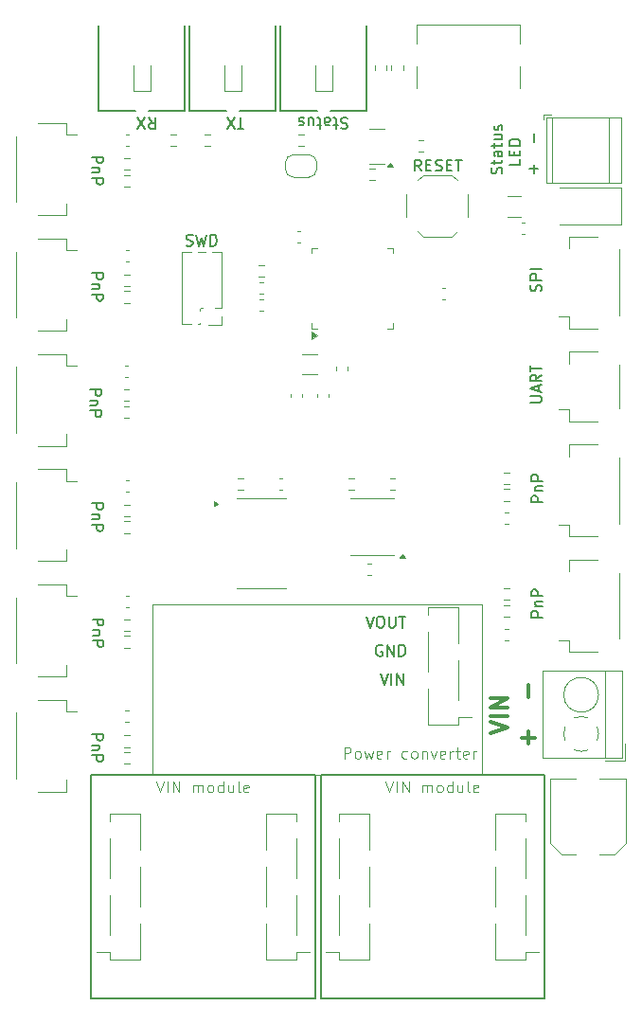
<source format=gto>
%TF.GenerationSoftware,KiCad,Pcbnew,8.0.6-8.0.6-0~ubuntu22.04.1*%
%TF.CreationDate,2024-11-21T09:47:25+02:00*%
%TF.ProjectId,SAMD21_Dev_Board,53414d44-3231-45f4-9465-765f426f6172,rev?*%
%TF.SameCoordinates,Original*%
%TF.FileFunction,Legend,Top*%
%TF.FilePolarity,Positive*%
%FSLAX46Y46*%
G04 Gerber Fmt 4.6, Leading zero omitted, Abs format (unit mm)*
G04 Created by KiCad (PCBNEW 8.0.6-8.0.6-0~ubuntu22.04.1) date 2024-11-21 09:47:25*
%MOMM*%
%LPD*%
G01*
G04 APERTURE LIST*
%ADD10C,0.200000*%
%ADD11C,0.100000*%
%ADD12C,0.300000*%
%ADD13C,0.150000*%
%ADD14C,0.120000*%
%ADD15C,0.177800*%
G04 APERTURE END LIST*
D10*
X89700000Y-116900000D02*
X109700000Y-116900000D01*
X109700000Y-136900000D01*
X89700000Y-136900000D01*
X89700000Y-116900000D01*
D11*
X95150000Y-101682000D02*
X124614000Y-101682000D01*
X124614000Y-116922000D01*
X95150000Y-116922000D01*
X95150000Y-101682000D01*
D10*
X110200000Y-116900000D02*
X130200000Y-116900000D01*
X130200000Y-136900000D01*
X110200000Y-136900000D01*
X110200000Y-116900000D01*
X114272816Y-102753219D02*
X114606149Y-103753219D01*
X114606149Y-103753219D02*
X114939482Y-102753219D01*
X115463292Y-102753219D02*
X115653768Y-102753219D01*
X115653768Y-102753219D02*
X115749006Y-102800838D01*
X115749006Y-102800838D02*
X115844244Y-102896076D01*
X115844244Y-102896076D02*
X115891863Y-103086552D01*
X115891863Y-103086552D02*
X115891863Y-103419885D01*
X115891863Y-103419885D02*
X115844244Y-103610361D01*
X115844244Y-103610361D02*
X115749006Y-103705600D01*
X115749006Y-103705600D02*
X115653768Y-103753219D01*
X115653768Y-103753219D02*
X115463292Y-103753219D01*
X115463292Y-103753219D02*
X115368054Y-103705600D01*
X115368054Y-103705600D02*
X115272816Y-103610361D01*
X115272816Y-103610361D02*
X115225197Y-103419885D01*
X115225197Y-103419885D02*
X115225197Y-103086552D01*
X115225197Y-103086552D02*
X115272816Y-102896076D01*
X115272816Y-102896076D02*
X115368054Y-102800838D01*
X115368054Y-102800838D02*
X115463292Y-102753219D01*
X116320435Y-102753219D02*
X116320435Y-103562742D01*
X116320435Y-103562742D02*
X116368054Y-103657980D01*
X116368054Y-103657980D02*
X116415673Y-103705600D01*
X116415673Y-103705600D02*
X116510911Y-103753219D01*
X116510911Y-103753219D02*
X116701387Y-103753219D01*
X116701387Y-103753219D02*
X116796625Y-103705600D01*
X116796625Y-103705600D02*
X116844244Y-103657980D01*
X116844244Y-103657980D02*
X116891863Y-103562742D01*
X116891863Y-103562742D02*
X116891863Y-102753219D01*
X117225197Y-102753219D02*
X117796625Y-102753219D01*
X117510911Y-103753219D02*
X117510911Y-102753219D01*
X115542816Y-107833219D02*
X115876149Y-108833219D01*
X115876149Y-108833219D02*
X116209482Y-107833219D01*
X116542816Y-108833219D02*
X116542816Y-107833219D01*
X117019006Y-108833219D02*
X117019006Y-107833219D01*
X117019006Y-107833219D02*
X117590434Y-108833219D01*
X117590434Y-108833219D02*
X117590434Y-107833219D01*
X89732780Y-61669673D02*
X90732780Y-61669673D01*
X90732780Y-61669673D02*
X90732780Y-62050625D01*
X90732780Y-62050625D02*
X90685161Y-62145863D01*
X90685161Y-62145863D02*
X90637542Y-62193482D01*
X90637542Y-62193482D02*
X90542304Y-62241101D01*
X90542304Y-62241101D02*
X90399447Y-62241101D01*
X90399447Y-62241101D02*
X90304209Y-62193482D01*
X90304209Y-62193482D02*
X90256590Y-62145863D01*
X90256590Y-62145863D02*
X90208971Y-62050625D01*
X90208971Y-62050625D02*
X90208971Y-61669673D01*
X90399447Y-62669673D02*
X89732780Y-62669673D01*
X90304209Y-62669673D02*
X90351828Y-62717292D01*
X90351828Y-62717292D02*
X90399447Y-62812530D01*
X90399447Y-62812530D02*
X90399447Y-62955387D01*
X90399447Y-62955387D02*
X90351828Y-63050625D01*
X90351828Y-63050625D02*
X90256590Y-63098244D01*
X90256590Y-63098244D02*
X89732780Y-63098244D01*
X89732780Y-63574435D02*
X90732780Y-63574435D01*
X90732780Y-63574435D02*
X90732780Y-63955387D01*
X90732780Y-63955387D02*
X90685161Y-64050625D01*
X90685161Y-64050625D02*
X90637542Y-64098244D01*
X90637542Y-64098244D02*
X90542304Y-64145863D01*
X90542304Y-64145863D02*
X90399447Y-64145863D01*
X90399447Y-64145863D02*
X90304209Y-64098244D01*
X90304209Y-64098244D02*
X90256590Y-64050625D01*
X90256590Y-64050625D02*
X90208971Y-63955387D01*
X90208971Y-63955387D02*
X90208971Y-63574435D01*
X89732780Y-113269673D02*
X90732780Y-113269673D01*
X90732780Y-113269673D02*
X90732780Y-113650625D01*
X90732780Y-113650625D02*
X90685161Y-113745863D01*
X90685161Y-113745863D02*
X90637542Y-113793482D01*
X90637542Y-113793482D02*
X90542304Y-113841101D01*
X90542304Y-113841101D02*
X90399447Y-113841101D01*
X90399447Y-113841101D02*
X90304209Y-113793482D01*
X90304209Y-113793482D02*
X90256590Y-113745863D01*
X90256590Y-113745863D02*
X90208971Y-113650625D01*
X90208971Y-113650625D02*
X90208971Y-113269673D01*
X90399447Y-114269673D02*
X89732780Y-114269673D01*
X90304209Y-114269673D02*
X90351828Y-114317292D01*
X90351828Y-114317292D02*
X90399447Y-114412530D01*
X90399447Y-114412530D02*
X90399447Y-114555387D01*
X90399447Y-114555387D02*
X90351828Y-114650625D01*
X90351828Y-114650625D02*
X90256590Y-114698244D01*
X90256590Y-114698244D02*
X89732780Y-114698244D01*
X89732780Y-115174435D02*
X90732780Y-115174435D01*
X90732780Y-115174435D02*
X90732780Y-115555387D01*
X90732780Y-115555387D02*
X90685161Y-115650625D01*
X90685161Y-115650625D02*
X90637542Y-115698244D01*
X90637542Y-115698244D02*
X90542304Y-115745863D01*
X90542304Y-115745863D02*
X90399447Y-115745863D01*
X90399447Y-115745863D02*
X90304209Y-115698244D01*
X90304209Y-115698244D02*
X90256590Y-115650625D01*
X90256590Y-115650625D02*
X90208971Y-115555387D01*
X90208971Y-115555387D02*
X90208971Y-115174435D01*
X115701482Y-105340838D02*
X115606244Y-105293219D01*
X115606244Y-105293219D02*
X115463387Y-105293219D01*
X115463387Y-105293219D02*
X115320530Y-105340838D01*
X115320530Y-105340838D02*
X115225292Y-105436076D01*
X115225292Y-105436076D02*
X115177673Y-105531314D01*
X115177673Y-105531314D02*
X115130054Y-105721790D01*
X115130054Y-105721790D02*
X115130054Y-105864647D01*
X115130054Y-105864647D02*
X115177673Y-106055123D01*
X115177673Y-106055123D02*
X115225292Y-106150361D01*
X115225292Y-106150361D02*
X115320530Y-106245600D01*
X115320530Y-106245600D02*
X115463387Y-106293219D01*
X115463387Y-106293219D02*
X115558625Y-106293219D01*
X115558625Y-106293219D02*
X115701482Y-106245600D01*
X115701482Y-106245600D02*
X115749101Y-106197980D01*
X115749101Y-106197980D02*
X115749101Y-105864647D01*
X115749101Y-105864647D02*
X115558625Y-105864647D01*
X116177673Y-106293219D02*
X116177673Y-105293219D01*
X116177673Y-105293219D02*
X116749101Y-106293219D01*
X116749101Y-106293219D02*
X116749101Y-105293219D01*
X117225292Y-106293219D02*
X117225292Y-105293219D01*
X117225292Y-105293219D02*
X117463387Y-105293219D01*
X117463387Y-105293219D02*
X117606244Y-105340838D01*
X117606244Y-105340838D02*
X117701482Y-105436076D01*
X117701482Y-105436076D02*
X117749101Y-105531314D01*
X117749101Y-105531314D02*
X117796720Y-105721790D01*
X117796720Y-105721790D02*
X117796720Y-105864647D01*
X117796720Y-105864647D02*
X117749101Y-106055123D01*
X117749101Y-106055123D02*
X117701482Y-106150361D01*
X117701482Y-106150361D02*
X117606244Y-106245600D01*
X117606244Y-106245600D02*
X117463387Y-106293219D01*
X117463387Y-106293219D02*
X117225292Y-106293219D01*
X89732174Y-72069673D02*
X90732174Y-72069673D01*
X90732174Y-72069673D02*
X90732174Y-72450625D01*
X90732174Y-72450625D02*
X90684555Y-72545863D01*
X90684555Y-72545863D02*
X90636936Y-72593482D01*
X90636936Y-72593482D02*
X90541698Y-72641101D01*
X90541698Y-72641101D02*
X90398841Y-72641101D01*
X90398841Y-72641101D02*
X90303603Y-72593482D01*
X90303603Y-72593482D02*
X90255984Y-72545863D01*
X90255984Y-72545863D02*
X90208365Y-72450625D01*
X90208365Y-72450625D02*
X90208365Y-72069673D01*
X90398841Y-73069673D02*
X89732174Y-73069673D01*
X90303603Y-73069673D02*
X90351222Y-73117292D01*
X90351222Y-73117292D02*
X90398841Y-73212530D01*
X90398841Y-73212530D02*
X90398841Y-73355387D01*
X90398841Y-73355387D02*
X90351222Y-73450625D01*
X90351222Y-73450625D02*
X90255984Y-73498244D01*
X90255984Y-73498244D02*
X89732174Y-73498244D01*
X89732174Y-73974435D02*
X90732174Y-73974435D01*
X90732174Y-73974435D02*
X90732174Y-74355387D01*
X90732174Y-74355387D02*
X90684555Y-74450625D01*
X90684555Y-74450625D02*
X90636936Y-74498244D01*
X90636936Y-74498244D02*
X90541698Y-74545863D01*
X90541698Y-74545863D02*
X90398841Y-74545863D01*
X90398841Y-74545863D02*
X90303603Y-74498244D01*
X90303603Y-74498244D02*
X90255984Y-74450625D01*
X90255984Y-74450625D02*
X90208365Y-74355387D01*
X90208365Y-74355387D02*
X90208365Y-73974435D01*
D11*
X95525313Y-117472419D02*
X95858646Y-118472419D01*
X95858646Y-118472419D02*
X96191979Y-117472419D01*
X96525313Y-118472419D02*
X96525313Y-117472419D01*
X97001503Y-118472419D02*
X97001503Y-117472419D01*
X97001503Y-117472419D02*
X97572931Y-118472419D01*
X97572931Y-118472419D02*
X97572931Y-117472419D01*
X98811027Y-118472419D02*
X98811027Y-117805752D01*
X98811027Y-117900990D02*
X98858646Y-117853371D01*
X98858646Y-117853371D02*
X98953884Y-117805752D01*
X98953884Y-117805752D02*
X99096741Y-117805752D01*
X99096741Y-117805752D02*
X99191979Y-117853371D01*
X99191979Y-117853371D02*
X99239598Y-117948609D01*
X99239598Y-117948609D02*
X99239598Y-118472419D01*
X99239598Y-117948609D02*
X99287217Y-117853371D01*
X99287217Y-117853371D02*
X99382455Y-117805752D01*
X99382455Y-117805752D02*
X99525312Y-117805752D01*
X99525312Y-117805752D02*
X99620551Y-117853371D01*
X99620551Y-117853371D02*
X99668170Y-117948609D01*
X99668170Y-117948609D02*
X99668170Y-118472419D01*
X100287217Y-118472419D02*
X100191979Y-118424800D01*
X100191979Y-118424800D02*
X100144360Y-118377180D01*
X100144360Y-118377180D02*
X100096741Y-118281942D01*
X100096741Y-118281942D02*
X100096741Y-117996228D01*
X100096741Y-117996228D02*
X100144360Y-117900990D01*
X100144360Y-117900990D02*
X100191979Y-117853371D01*
X100191979Y-117853371D02*
X100287217Y-117805752D01*
X100287217Y-117805752D02*
X100430074Y-117805752D01*
X100430074Y-117805752D02*
X100525312Y-117853371D01*
X100525312Y-117853371D02*
X100572931Y-117900990D01*
X100572931Y-117900990D02*
X100620550Y-117996228D01*
X100620550Y-117996228D02*
X100620550Y-118281942D01*
X100620550Y-118281942D02*
X100572931Y-118377180D01*
X100572931Y-118377180D02*
X100525312Y-118424800D01*
X100525312Y-118424800D02*
X100430074Y-118472419D01*
X100430074Y-118472419D02*
X100287217Y-118472419D01*
X101477693Y-118472419D02*
X101477693Y-117472419D01*
X101477693Y-118424800D02*
X101382455Y-118472419D01*
X101382455Y-118472419D02*
X101191979Y-118472419D01*
X101191979Y-118472419D02*
X101096741Y-118424800D01*
X101096741Y-118424800D02*
X101049122Y-118377180D01*
X101049122Y-118377180D02*
X101001503Y-118281942D01*
X101001503Y-118281942D02*
X101001503Y-117996228D01*
X101001503Y-117996228D02*
X101049122Y-117900990D01*
X101049122Y-117900990D02*
X101096741Y-117853371D01*
X101096741Y-117853371D02*
X101191979Y-117805752D01*
X101191979Y-117805752D02*
X101382455Y-117805752D01*
X101382455Y-117805752D02*
X101477693Y-117853371D01*
X102382455Y-117805752D02*
X102382455Y-118472419D01*
X101953884Y-117805752D02*
X101953884Y-118329561D01*
X101953884Y-118329561D02*
X102001503Y-118424800D01*
X102001503Y-118424800D02*
X102096741Y-118472419D01*
X102096741Y-118472419D02*
X102239598Y-118472419D01*
X102239598Y-118472419D02*
X102334836Y-118424800D01*
X102334836Y-118424800D02*
X102382455Y-118377180D01*
X103001503Y-118472419D02*
X102906265Y-118424800D01*
X102906265Y-118424800D02*
X102858646Y-118329561D01*
X102858646Y-118329561D02*
X102858646Y-117472419D01*
X103763408Y-118424800D02*
X103668170Y-118472419D01*
X103668170Y-118472419D02*
X103477694Y-118472419D01*
X103477694Y-118472419D02*
X103382456Y-118424800D01*
X103382456Y-118424800D02*
X103334837Y-118329561D01*
X103334837Y-118329561D02*
X103334837Y-117948609D01*
X103334837Y-117948609D02*
X103382456Y-117853371D01*
X103382456Y-117853371D02*
X103477694Y-117805752D01*
X103477694Y-117805752D02*
X103668170Y-117805752D01*
X103668170Y-117805752D02*
X103763408Y-117853371D01*
X103763408Y-117853371D02*
X103811027Y-117948609D01*
X103811027Y-117948609D02*
X103811027Y-118043847D01*
X103811027Y-118043847D02*
X103334837Y-118139085D01*
D10*
X129919600Y-73677945D02*
X129967219Y-73535088D01*
X129967219Y-73535088D02*
X129967219Y-73296993D01*
X129967219Y-73296993D02*
X129919600Y-73201755D01*
X129919600Y-73201755D02*
X129871980Y-73154136D01*
X129871980Y-73154136D02*
X129776742Y-73106517D01*
X129776742Y-73106517D02*
X129681504Y-73106517D01*
X129681504Y-73106517D02*
X129586266Y-73154136D01*
X129586266Y-73154136D02*
X129538647Y-73201755D01*
X129538647Y-73201755D02*
X129491028Y-73296993D01*
X129491028Y-73296993D02*
X129443409Y-73487469D01*
X129443409Y-73487469D02*
X129395790Y-73582707D01*
X129395790Y-73582707D02*
X129348171Y-73630326D01*
X129348171Y-73630326D02*
X129252933Y-73677945D01*
X129252933Y-73677945D02*
X129157695Y-73677945D01*
X129157695Y-73677945D02*
X129062457Y-73630326D01*
X129062457Y-73630326D02*
X129014838Y-73582707D01*
X129014838Y-73582707D02*
X128967219Y-73487469D01*
X128967219Y-73487469D02*
X128967219Y-73249374D01*
X128967219Y-73249374D02*
X129014838Y-73106517D01*
X129967219Y-72677945D02*
X128967219Y-72677945D01*
X128967219Y-72677945D02*
X128967219Y-72296993D01*
X128967219Y-72296993D02*
X129014838Y-72201755D01*
X129014838Y-72201755D02*
X129062457Y-72154136D01*
X129062457Y-72154136D02*
X129157695Y-72106517D01*
X129157695Y-72106517D02*
X129300552Y-72106517D01*
X129300552Y-72106517D02*
X129395790Y-72154136D01*
X129395790Y-72154136D02*
X129443409Y-72201755D01*
X129443409Y-72201755D02*
X129491028Y-72296993D01*
X129491028Y-72296993D02*
X129491028Y-72677945D01*
X129967219Y-71677945D02*
X128967219Y-71677945D01*
D12*
X125425912Y-113148856D02*
X126925912Y-112648856D01*
X126925912Y-112648856D02*
X125425912Y-112148856D01*
X126925912Y-111648857D02*
X125425912Y-111648857D01*
X126925912Y-110934571D02*
X125425912Y-110934571D01*
X125425912Y-110934571D02*
X126925912Y-110077428D01*
X126925912Y-110077428D02*
X125425912Y-110077428D01*
X128769400Y-114148857D02*
X128769400Y-113006000D01*
X129340828Y-113577428D02*
X128197971Y-113577428D01*
X128769400Y-110006000D02*
X128769400Y-108863143D01*
D10*
X126393712Y-63177945D02*
X126441331Y-63035088D01*
X126441331Y-63035088D02*
X126441331Y-62796993D01*
X126441331Y-62796993D02*
X126393712Y-62701755D01*
X126393712Y-62701755D02*
X126346092Y-62654136D01*
X126346092Y-62654136D02*
X126250854Y-62606517D01*
X126250854Y-62606517D02*
X126155616Y-62606517D01*
X126155616Y-62606517D02*
X126060378Y-62654136D01*
X126060378Y-62654136D02*
X126012759Y-62701755D01*
X126012759Y-62701755D02*
X125965140Y-62796993D01*
X125965140Y-62796993D02*
X125917521Y-62987469D01*
X125917521Y-62987469D02*
X125869902Y-63082707D01*
X125869902Y-63082707D02*
X125822283Y-63130326D01*
X125822283Y-63130326D02*
X125727045Y-63177945D01*
X125727045Y-63177945D02*
X125631807Y-63177945D01*
X125631807Y-63177945D02*
X125536569Y-63130326D01*
X125536569Y-63130326D02*
X125488950Y-63082707D01*
X125488950Y-63082707D02*
X125441331Y-62987469D01*
X125441331Y-62987469D02*
X125441331Y-62749374D01*
X125441331Y-62749374D02*
X125488950Y-62606517D01*
X125774664Y-62320802D02*
X125774664Y-61939850D01*
X125441331Y-62177945D02*
X126298473Y-62177945D01*
X126298473Y-62177945D02*
X126393712Y-62130326D01*
X126393712Y-62130326D02*
X126441331Y-62035088D01*
X126441331Y-62035088D02*
X126441331Y-61939850D01*
X126441331Y-61177945D02*
X125917521Y-61177945D01*
X125917521Y-61177945D02*
X125822283Y-61225564D01*
X125822283Y-61225564D02*
X125774664Y-61320802D01*
X125774664Y-61320802D02*
X125774664Y-61511278D01*
X125774664Y-61511278D02*
X125822283Y-61606516D01*
X126393712Y-61177945D02*
X126441331Y-61273183D01*
X126441331Y-61273183D02*
X126441331Y-61511278D01*
X126441331Y-61511278D02*
X126393712Y-61606516D01*
X126393712Y-61606516D02*
X126298473Y-61654135D01*
X126298473Y-61654135D02*
X126203235Y-61654135D01*
X126203235Y-61654135D02*
X126107997Y-61606516D01*
X126107997Y-61606516D02*
X126060378Y-61511278D01*
X126060378Y-61511278D02*
X126060378Y-61273183D01*
X126060378Y-61273183D02*
X126012759Y-61177945D01*
X125774664Y-60844611D02*
X125774664Y-60463659D01*
X125441331Y-60701754D02*
X126298473Y-60701754D01*
X126298473Y-60701754D02*
X126393712Y-60654135D01*
X126393712Y-60654135D02*
X126441331Y-60558897D01*
X126441331Y-60558897D02*
X126441331Y-60463659D01*
X125774664Y-59701754D02*
X126441331Y-59701754D01*
X125774664Y-60130325D02*
X126298473Y-60130325D01*
X126298473Y-60130325D02*
X126393712Y-60082706D01*
X126393712Y-60082706D02*
X126441331Y-59987468D01*
X126441331Y-59987468D02*
X126441331Y-59844611D01*
X126441331Y-59844611D02*
X126393712Y-59749373D01*
X126393712Y-59749373D02*
X126346092Y-59701754D01*
X126393712Y-59273182D02*
X126441331Y-59177944D01*
X126441331Y-59177944D02*
X126441331Y-58987468D01*
X126441331Y-58987468D02*
X126393712Y-58892230D01*
X126393712Y-58892230D02*
X126298473Y-58844611D01*
X126298473Y-58844611D02*
X126250854Y-58844611D01*
X126250854Y-58844611D02*
X126155616Y-58892230D01*
X126155616Y-58892230D02*
X126107997Y-58987468D01*
X126107997Y-58987468D02*
X126107997Y-59130325D01*
X126107997Y-59130325D02*
X126060378Y-59225563D01*
X126060378Y-59225563D02*
X125965140Y-59273182D01*
X125965140Y-59273182D02*
X125917521Y-59273182D01*
X125917521Y-59273182D02*
X125822283Y-59225563D01*
X125822283Y-59225563D02*
X125774664Y-59130325D01*
X125774664Y-59130325D02*
X125774664Y-58987468D01*
X125774664Y-58987468D02*
X125822283Y-58892230D01*
X128051275Y-61892231D02*
X128051275Y-62368421D01*
X128051275Y-62368421D02*
X127051275Y-62368421D01*
X127527465Y-61558897D02*
X127527465Y-61225564D01*
X128051275Y-61082707D02*
X128051275Y-61558897D01*
X128051275Y-61558897D02*
X127051275Y-61558897D01*
X127051275Y-61558897D02*
X127051275Y-61082707D01*
X128051275Y-60654135D02*
X127051275Y-60654135D01*
X127051275Y-60654135D02*
X127051275Y-60416040D01*
X127051275Y-60416040D02*
X127098894Y-60273183D01*
X127098894Y-60273183D02*
X127194132Y-60177945D01*
X127194132Y-60177945D02*
X127289370Y-60130326D01*
X127289370Y-60130326D02*
X127479846Y-60082707D01*
X127479846Y-60082707D02*
X127622703Y-60082707D01*
X127622703Y-60082707D02*
X127813179Y-60130326D01*
X127813179Y-60130326D02*
X127908417Y-60177945D01*
X127908417Y-60177945D02*
X128003656Y-60273183D01*
X128003656Y-60273183D02*
X128051275Y-60416040D01*
X128051275Y-60416040D02*
X128051275Y-60654135D01*
X129280266Y-63130326D02*
X129280266Y-62368422D01*
X129661219Y-62749374D02*
X128899314Y-62749374D01*
X129280266Y-60368421D02*
X129280266Y-59606517D01*
X112598089Y-58219400D02*
X112455232Y-58171780D01*
X112455232Y-58171780D02*
X112217137Y-58171780D01*
X112217137Y-58171780D02*
X112121899Y-58219400D01*
X112121899Y-58219400D02*
X112074280Y-58267019D01*
X112074280Y-58267019D02*
X112026661Y-58362257D01*
X112026661Y-58362257D02*
X112026661Y-58457495D01*
X112026661Y-58457495D02*
X112074280Y-58552733D01*
X112074280Y-58552733D02*
X112121899Y-58600352D01*
X112121899Y-58600352D02*
X112217137Y-58647971D01*
X112217137Y-58647971D02*
X112407613Y-58695590D01*
X112407613Y-58695590D02*
X112502851Y-58743209D01*
X112502851Y-58743209D02*
X112550470Y-58790828D01*
X112550470Y-58790828D02*
X112598089Y-58886066D01*
X112598089Y-58886066D02*
X112598089Y-58981304D01*
X112598089Y-58981304D02*
X112550470Y-59076542D01*
X112550470Y-59076542D02*
X112502851Y-59124161D01*
X112502851Y-59124161D02*
X112407613Y-59171780D01*
X112407613Y-59171780D02*
X112169518Y-59171780D01*
X112169518Y-59171780D02*
X112026661Y-59124161D01*
X111740946Y-58838447D02*
X111359994Y-58838447D01*
X111598089Y-59171780D02*
X111598089Y-58314638D01*
X111598089Y-58314638D02*
X111550470Y-58219400D01*
X111550470Y-58219400D02*
X111455232Y-58171780D01*
X111455232Y-58171780D02*
X111359994Y-58171780D01*
X110598089Y-58171780D02*
X110598089Y-58695590D01*
X110598089Y-58695590D02*
X110645708Y-58790828D01*
X110645708Y-58790828D02*
X110740946Y-58838447D01*
X110740946Y-58838447D02*
X110931422Y-58838447D01*
X110931422Y-58838447D02*
X111026660Y-58790828D01*
X110598089Y-58219400D02*
X110693327Y-58171780D01*
X110693327Y-58171780D02*
X110931422Y-58171780D01*
X110931422Y-58171780D02*
X111026660Y-58219400D01*
X111026660Y-58219400D02*
X111074279Y-58314638D01*
X111074279Y-58314638D02*
X111074279Y-58409876D01*
X111074279Y-58409876D02*
X111026660Y-58505114D01*
X111026660Y-58505114D02*
X110931422Y-58552733D01*
X110931422Y-58552733D02*
X110693327Y-58552733D01*
X110693327Y-58552733D02*
X110598089Y-58600352D01*
X110264755Y-58838447D02*
X109883803Y-58838447D01*
X110121898Y-59171780D02*
X110121898Y-58314638D01*
X110121898Y-58314638D02*
X110074279Y-58219400D01*
X110074279Y-58219400D02*
X109979041Y-58171780D01*
X109979041Y-58171780D02*
X109883803Y-58171780D01*
X109121898Y-58838447D02*
X109121898Y-58171780D01*
X109550469Y-58838447D02*
X109550469Y-58314638D01*
X109550469Y-58314638D02*
X109502850Y-58219400D01*
X109502850Y-58219400D02*
X109407612Y-58171780D01*
X109407612Y-58171780D02*
X109264755Y-58171780D01*
X109264755Y-58171780D02*
X109169517Y-58219400D01*
X109169517Y-58219400D02*
X109121898Y-58267019D01*
X108693326Y-58219400D02*
X108598088Y-58171780D01*
X108598088Y-58171780D02*
X108407612Y-58171780D01*
X108407612Y-58171780D02*
X108312374Y-58219400D01*
X108312374Y-58219400D02*
X108264755Y-58314638D01*
X108264755Y-58314638D02*
X108264755Y-58362257D01*
X108264755Y-58362257D02*
X108312374Y-58457495D01*
X108312374Y-58457495D02*
X108407612Y-58505114D01*
X108407612Y-58505114D02*
X108550469Y-58505114D01*
X108550469Y-58505114D02*
X108645707Y-58552733D01*
X108645707Y-58552733D02*
X108693326Y-58647971D01*
X108693326Y-58647971D02*
X108693326Y-58695590D01*
X108693326Y-58695590D02*
X108645707Y-58790828D01*
X108645707Y-58790828D02*
X108550469Y-58838447D01*
X108550469Y-58838447D02*
X108407612Y-58838447D01*
X108407612Y-58838447D02*
X108312374Y-58790828D01*
X130067219Y-92530326D02*
X129067219Y-92530326D01*
X129067219Y-92530326D02*
X129067219Y-92149374D01*
X129067219Y-92149374D02*
X129114838Y-92054136D01*
X129114838Y-92054136D02*
X129162457Y-92006517D01*
X129162457Y-92006517D02*
X129257695Y-91958898D01*
X129257695Y-91958898D02*
X129400552Y-91958898D01*
X129400552Y-91958898D02*
X129495790Y-92006517D01*
X129495790Y-92006517D02*
X129543409Y-92054136D01*
X129543409Y-92054136D02*
X129591028Y-92149374D01*
X129591028Y-92149374D02*
X129591028Y-92530326D01*
X129400552Y-91530326D02*
X130067219Y-91530326D01*
X129495790Y-91530326D02*
X129448171Y-91482707D01*
X129448171Y-91482707D02*
X129400552Y-91387469D01*
X129400552Y-91387469D02*
X129400552Y-91244612D01*
X129400552Y-91244612D02*
X129448171Y-91149374D01*
X129448171Y-91149374D02*
X129543409Y-91101755D01*
X129543409Y-91101755D02*
X130067219Y-91101755D01*
X130067219Y-90625564D02*
X129067219Y-90625564D01*
X129067219Y-90625564D02*
X129067219Y-90244612D01*
X129067219Y-90244612D02*
X129114838Y-90149374D01*
X129114838Y-90149374D02*
X129162457Y-90101755D01*
X129162457Y-90101755D02*
X129257695Y-90054136D01*
X129257695Y-90054136D02*
X129400552Y-90054136D01*
X129400552Y-90054136D02*
X129495790Y-90101755D01*
X129495790Y-90101755D02*
X129543409Y-90149374D01*
X129543409Y-90149374D02*
X129591028Y-90244612D01*
X129591028Y-90244612D02*
X129591028Y-90625564D01*
X89795280Y-102997673D02*
X90795280Y-102997673D01*
X90795280Y-102997673D02*
X90795280Y-103378625D01*
X90795280Y-103378625D02*
X90747661Y-103473863D01*
X90747661Y-103473863D02*
X90700042Y-103521482D01*
X90700042Y-103521482D02*
X90604804Y-103569101D01*
X90604804Y-103569101D02*
X90461947Y-103569101D01*
X90461947Y-103569101D02*
X90366709Y-103521482D01*
X90366709Y-103521482D02*
X90319090Y-103473863D01*
X90319090Y-103473863D02*
X90271471Y-103378625D01*
X90271471Y-103378625D02*
X90271471Y-102997673D01*
X90461947Y-103997673D02*
X89795280Y-103997673D01*
X90366709Y-103997673D02*
X90414328Y-104045292D01*
X90414328Y-104045292D02*
X90461947Y-104140530D01*
X90461947Y-104140530D02*
X90461947Y-104283387D01*
X90461947Y-104283387D02*
X90414328Y-104378625D01*
X90414328Y-104378625D02*
X90319090Y-104426244D01*
X90319090Y-104426244D02*
X89795280Y-104426244D01*
X89795280Y-104902435D02*
X90795280Y-104902435D01*
X90795280Y-104902435D02*
X90795280Y-105283387D01*
X90795280Y-105283387D02*
X90747661Y-105378625D01*
X90747661Y-105378625D02*
X90700042Y-105426244D01*
X90700042Y-105426244D02*
X90604804Y-105473863D01*
X90604804Y-105473863D02*
X90461947Y-105473863D01*
X90461947Y-105473863D02*
X90366709Y-105426244D01*
X90366709Y-105426244D02*
X90319090Y-105378625D01*
X90319090Y-105378625D02*
X90271471Y-105283387D01*
X90271471Y-105283387D02*
X90271471Y-104902435D01*
X128967219Y-83630326D02*
X129776742Y-83630326D01*
X129776742Y-83630326D02*
X129871980Y-83582707D01*
X129871980Y-83582707D02*
X129919600Y-83535088D01*
X129919600Y-83535088D02*
X129967219Y-83439850D01*
X129967219Y-83439850D02*
X129967219Y-83249374D01*
X129967219Y-83249374D02*
X129919600Y-83154136D01*
X129919600Y-83154136D02*
X129871980Y-83106517D01*
X129871980Y-83106517D02*
X129776742Y-83058898D01*
X129776742Y-83058898D02*
X128967219Y-83058898D01*
X129681504Y-82630326D02*
X129681504Y-82154136D01*
X129967219Y-82725564D02*
X128967219Y-82392231D01*
X128967219Y-82392231D02*
X129967219Y-82058898D01*
X129967219Y-81154136D02*
X129491028Y-81487469D01*
X129967219Y-81725564D02*
X128967219Y-81725564D01*
X128967219Y-81725564D02*
X128967219Y-81344612D01*
X128967219Y-81344612D02*
X129014838Y-81249374D01*
X129014838Y-81249374D02*
X129062457Y-81201755D01*
X129062457Y-81201755D02*
X129157695Y-81154136D01*
X129157695Y-81154136D02*
X129300552Y-81154136D01*
X129300552Y-81154136D02*
X129395790Y-81201755D01*
X129395790Y-81201755D02*
X129443409Y-81249374D01*
X129443409Y-81249374D02*
X129491028Y-81344612D01*
X129491028Y-81344612D02*
X129491028Y-81725564D01*
X128967219Y-80868421D02*
X128967219Y-80296993D01*
X129967219Y-80582707D02*
X128967219Y-80582707D01*
D11*
X112317884Y-115442419D02*
X112317884Y-114442419D01*
X112317884Y-114442419D02*
X112698836Y-114442419D01*
X112698836Y-114442419D02*
X112794074Y-114490038D01*
X112794074Y-114490038D02*
X112841693Y-114537657D01*
X112841693Y-114537657D02*
X112889312Y-114632895D01*
X112889312Y-114632895D02*
X112889312Y-114775752D01*
X112889312Y-114775752D02*
X112841693Y-114870990D01*
X112841693Y-114870990D02*
X112794074Y-114918609D01*
X112794074Y-114918609D02*
X112698836Y-114966228D01*
X112698836Y-114966228D02*
X112317884Y-114966228D01*
X113460741Y-115442419D02*
X113365503Y-115394800D01*
X113365503Y-115394800D02*
X113317884Y-115347180D01*
X113317884Y-115347180D02*
X113270265Y-115251942D01*
X113270265Y-115251942D02*
X113270265Y-114966228D01*
X113270265Y-114966228D02*
X113317884Y-114870990D01*
X113317884Y-114870990D02*
X113365503Y-114823371D01*
X113365503Y-114823371D02*
X113460741Y-114775752D01*
X113460741Y-114775752D02*
X113603598Y-114775752D01*
X113603598Y-114775752D02*
X113698836Y-114823371D01*
X113698836Y-114823371D02*
X113746455Y-114870990D01*
X113746455Y-114870990D02*
X113794074Y-114966228D01*
X113794074Y-114966228D02*
X113794074Y-115251942D01*
X113794074Y-115251942D02*
X113746455Y-115347180D01*
X113746455Y-115347180D02*
X113698836Y-115394800D01*
X113698836Y-115394800D02*
X113603598Y-115442419D01*
X113603598Y-115442419D02*
X113460741Y-115442419D01*
X114127408Y-114775752D02*
X114317884Y-115442419D01*
X114317884Y-115442419D02*
X114508360Y-114966228D01*
X114508360Y-114966228D02*
X114698836Y-115442419D01*
X114698836Y-115442419D02*
X114889312Y-114775752D01*
X115651217Y-115394800D02*
X115555979Y-115442419D01*
X115555979Y-115442419D02*
X115365503Y-115442419D01*
X115365503Y-115442419D02*
X115270265Y-115394800D01*
X115270265Y-115394800D02*
X115222646Y-115299561D01*
X115222646Y-115299561D02*
X115222646Y-114918609D01*
X115222646Y-114918609D02*
X115270265Y-114823371D01*
X115270265Y-114823371D02*
X115365503Y-114775752D01*
X115365503Y-114775752D02*
X115555979Y-114775752D01*
X115555979Y-114775752D02*
X115651217Y-114823371D01*
X115651217Y-114823371D02*
X115698836Y-114918609D01*
X115698836Y-114918609D02*
X115698836Y-115013847D01*
X115698836Y-115013847D02*
X115222646Y-115109085D01*
X116127408Y-115442419D02*
X116127408Y-114775752D01*
X116127408Y-114966228D02*
X116175027Y-114870990D01*
X116175027Y-114870990D02*
X116222646Y-114823371D01*
X116222646Y-114823371D02*
X116317884Y-114775752D01*
X116317884Y-114775752D02*
X116413122Y-114775752D01*
X117936932Y-115394800D02*
X117841694Y-115442419D01*
X117841694Y-115442419D02*
X117651218Y-115442419D01*
X117651218Y-115442419D02*
X117555980Y-115394800D01*
X117555980Y-115394800D02*
X117508361Y-115347180D01*
X117508361Y-115347180D02*
X117460742Y-115251942D01*
X117460742Y-115251942D02*
X117460742Y-114966228D01*
X117460742Y-114966228D02*
X117508361Y-114870990D01*
X117508361Y-114870990D02*
X117555980Y-114823371D01*
X117555980Y-114823371D02*
X117651218Y-114775752D01*
X117651218Y-114775752D02*
X117841694Y-114775752D01*
X117841694Y-114775752D02*
X117936932Y-114823371D01*
X118508361Y-115442419D02*
X118413123Y-115394800D01*
X118413123Y-115394800D02*
X118365504Y-115347180D01*
X118365504Y-115347180D02*
X118317885Y-115251942D01*
X118317885Y-115251942D02*
X118317885Y-114966228D01*
X118317885Y-114966228D02*
X118365504Y-114870990D01*
X118365504Y-114870990D02*
X118413123Y-114823371D01*
X118413123Y-114823371D02*
X118508361Y-114775752D01*
X118508361Y-114775752D02*
X118651218Y-114775752D01*
X118651218Y-114775752D02*
X118746456Y-114823371D01*
X118746456Y-114823371D02*
X118794075Y-114870990D01*
X118794075Y-114870990D02*
X118841694Y-114966228D01*
X118841694Y-114966228D02*
X118841694Y-115251942D01*
X118841694Y-115251942D02*
X118794075Y-115347180D01*
X118794075Y-115347180D02*
X118746456Y-115394800D01*
X118746456Y-115394800D02*
X118651218Y-115442419D01*
X118651218Y-115442419D02*
X118508361Y-115442419D01*
X119270266Y-114775752D02*
X119270266Y-115442419D01*
X119270266Y-114870990D02*
X119317885Y-114823371D01*
X119317885Y-114823371D02*
X119413123Y-114775752D01*
X119413123Y-114775752D02*
X119555980Y-114775752D01*
X119555980Y-114775752D02*
X119651218Y-114823371D01*
X119651218Y-114823371D02*
X119698837Y-114918609D01*
X119698837Y-114918609D02*
X119698837Y-115442419D01*
X120079790Y-114775752D02*
X120317885Y-115442419D01*
X120317885Y-115442419D02*
X120555980Y-114775752D01*
X121317885Y-115394800D02*
X121222647Y-115442419D01*
X121222647Y-115442419D02*
X121032171Y-115442419D01*
X121032171Y-115442419D02*
X120936933Y-115394800D01*
X120936933Y-115394800D02*
X120889314Y-115299561D01*
X120889314Y-115299561D02*
X120889314Y-114918609D01*
X120889314Y-114918609D02*
X120936933Y-114823371D01*
X120936933Y-114823371D02*
X121032171Y-114775752D01*
X121032171Y-114775752D02*
X121222647Y-114775752D01*
X121222647Y-114775752D02*
X121317885Y-114823371D01*
X121317885Y-114823371D02*
X121365504Y-114918609D01*
X121365504Y-114918609D02*
X121365504Y-115013847D01*
X121365504Y-115013847D02*
X120889314Y-115109085D01*
X121794076Y-115442419D02*
X121794076Y-114775752D01*
X121794076Y-114966228D02*
X121841695Y-114870990D01*
X121841695Y-114870990D02*
X121889314Y-114823371D01*
X121889314Y-114823371D02*
X121984552Y-114775752D01*
X121984552Y-114775752D02*
X122079790Y-114775752D01*
X122270267Y-114775752D02*
X122651219Y-114775752D01*
X122413124Y-114442419D02*
X122413124Y-115299561D01*
X122413124Y-115299561D02*
X122460743Y-115394800D01*
X122460743Y-115394800D02*
X122555981Y-115442419D01*
X122555981Y-115442419D02*
X122651219Y-115442419D01*
X123365505Y-115394800D02*
X123270267Y-115442419D01*
X123270267Y-115442419D02*
X123079791Y-115442419D01*
X123079791Y-115442419D02*
X122984553Y-115394800D01*
X122984553Y-115394800D02*
X122936934Y-115299561D01*
X122936934Y-115299561D02*
X122936934Y-114918609D01*
X122936934Y-114918609D02*
X122984553Y-114823371D01*
X122984553Y-114823371D02*
X123079791Y-114775752D01*
X123079791Y-114775752D02*
X123270267Y-114775752D01*
X123270267Y-114775752D02*
X123365505Y-114823371D01*
X123365505Y-114823371D02*
X123413124Y-114918609D01*
X123413124Y-114918609D02*
X123413124Y-115013847D01*
X123413124Y-115013847D02*
X122936934Y-115109085D01*
X123841696Y-115442419D02*
X123841696Y-114775752D01*
X123841696Y-114966228D02*
X123889315Y-114870990D01*
X123889315Y-114870990D02*
X123936934Y-114823371D01*
X123936934Y-114823371D02*
X124032172Y-114775752D01*
X124032172Y-114775752D02*
X124127410Y-114775752D01*
D10*
X94850089Y-58171780D02*
X95183422Y-58647971D01*
X95421517Y-58171780D02*
X95421517Y-59171780D01*
X95421517Y-59171780D02*
X95040565Y-59171780D01*
X95040565Y-59171780D02*
X94945327Y-59124161D01*
X94945327Y-59124161D02*
X94897708Y-59076542D01*
X94897708Y-59076542D02*
X94850089Y-58981304D01*
X94850089Y-58981304D02*
X94850089Y-58838447D01*
X94850089Y-58838447D02*
X94897708Y-58743209D01*
X94897708Y-58743209D02*
X94945327Y-58695590D01*
X94945327Y-58695590D02*
X95040565Y-58647971D01*
X95040565Y-58647971D02*
X95421517Y-58647971D01*
X94516755Y-59171780D02*
X93850089Y-58171780D01*
X93850089Y-59171780D02*
X94516755Y-58171780D01*
X89732780Y-92653673D02*
X90732780Y-92653673D01*
X90732780Y-92653673D02*
X90732780Y-93034625D01*
X90732780Y-93034625D02*
X90685161Y-93129863D01*
X90685161Y-93129863D02*
X90637542Y-93177482D01*
X90637542Y-93177482D02*
X90542304Y-93225101D01*
X90542304Y-93225101D02*
X90399447Y-93225101D01*
X90399447Y-93225101D02*
X90304209Y-93177482D01*
X90304209Y-93177482D02*
X90256590Y-93129863D01*
X90256590Y-93129863D02*
X90208971Y-93034625D01*
X90208971Y-93034625D02*
X90208971Y-92653673D01*
X90399447Y-93653673D02*
X89732780Y-93653673D01*
X90304209Y-93653673D02*
X90351828Y-93701292D01*
X90351828Y-93701292D02*
X90399447Y-93796530D01*
X90399447Y-93796530D02*
X90399447Y-93939387D01*
X90399447Y-93939387D02*
X90351828Y-94034625D01*
X90351828Y-94034625D02*
X90256590Y-94082244D01*
X90256590Y-94082244D02*
X89732780Y-94082244D01*
X89732780Y-94558435D02*
X90732780Y-94558435D01*
X90732780Y-94558435D02*
X90732780Y-94939387D01*
X90732780Y-94939387D02*
X90685161Y-95034625D01*
X90685161Y-95034625D02*
X90637542Y-95082244D01*
X90637542Y-95082244D02*
X90542304Y-95129863D01*
X90542304Y-95129863D02*
X90399447Y-95129863D01*
X90399447Y-95129863D02*
X90304209Y-95082244D01*
X90304209Y-95082244D02*
X90256590Y-95034625D01*
X90256590Y-95034625D02*
X90208971Y-94939387D01*
X90208971Y-94939387D02*
X90208971Y-94558435D01*
X89583780Y-82453673D02*
X90583780Y-82453673D01*
X90583780Y-82453673D02*
X90583780Y-82834625D01*
X90583780Y-82834625D02*
X90536161Y-82929863D01*
X90536161Y-82929863D02*
X90488542Y-82977482D01*
X90488542Y-82977482D02*
X90393304Y-83025101D01*
X90393304Y-83025101D02*
X90250447Y-83025101D01*
X90250447Y-83025101D02*
X90155209Y-82977482D01*
X90155209Y-82977482D02*
X90107590Y-82929863D01*
X90107590Y-82929863D02*
X90059971Y-82834625D01*
X90059971Y-82834625D02*
X90059971Y-82453673D01*
X90250447Y-83453673D02*
X89583780Y-83453673D01*
X90155209Y-83453673D02*
X90202828Y-83501292D01*
X90202828Y-83501292D02*
X90250447Y-83596530D01*
X90250447Y-83596530D02*
X90250447Y-83739387D01*
X90250447Y-83739387D02*
X90202828Y-83834625D01*
X90202828Y-83834625D02*
X90107590Y-83882244D01*
X90107590Y-83882244D02*
X89583780Y-83882244D01*
X89583780Y-84358435D02*
X90583780Y-84358435D01*
X90583780Y-84358435D02*
X90583780Y-84739387D01*
X90583780Y-84739387D02*
X90536161Y-84834625D01*
X90536161Y-84834625D02*
X90488542Y-84882244D01*
X90488542Y-84882244D02*
X90393304Y-84929863D01*
X90393304Y-84929863D02*
X90250447Y-84929863D01*
X90250447Y-84929863D02*
X90155209Y-84882244D01*
X90155209Y-84882244D02*
X90107590Y-84834625D01*
X90107590Y-84834625D02*
X90059971Y-84739387D01*
X90059971Y-84739387D02*
X90059971Y-84358435D01*
D11*
X116025313Y-117472419D02*
X116358646Y-118472419D01*
X116358646Y-118472419D02*
X116691979Y-117472419D01*
X117025313Y-118472419D02*
X117025313Y-117472419D01*
X117501503Y-118472419D02*
X117501503Y-117472419D01*
X117501503Y-117472419D02*
X118072931Y-118472419D01*
X118072931Y-118472419D02*
X118072931Y-117472419D01*
X119311027Y-118472419D02*
X119311027Y-117805752D01*
X119311027Y-117900990D02*
X119358646Y-117853371D01*
X119358646Y-117853371D02*
X119453884Y-117805752D01*
X119453884Y-117805752D02*
X119596741Y-117805752D01*
X119596741Y-117805752D02*
X119691979Y-117853371D01*
X119691979Y-117853371D02*
X119739598Y-117948609D01*
X119739598Y-117948609D02*
X119739598Y-118472419D01*
X119739598Y-117948609D02*
X119787217Y-117853371D01*
X119787217Y-117853371D02*
X119882455Y-117805752D01*
X119882455Y-117805752D02*
X120025312Y-117805752D01*
X120025312Y-117805752D02*
X120120551Y-117853371D01*
X120120551Y-117853371D02*
X120168170Y-117948609D01*
X120168170Y-117948609D02*
X120168170Y-118472419D01*
X120787217Y-118472419D02*
X120691979Y-118424800D01*
X120691979Y-118424800D02*
X120644360Y-118377180D01*
X120644360Y-118377180D02*
X120596741Y-118281942D01*
X120596741Y-118281942D02*
X120596741Y-117996228D01*
X120596741Y-117996228D02*
X120644360Y-117900990D01*
X120644360Y-117900990D02*
X120691979Y-117853371D01*
X120691979Y-117853371D02*
X120787217Y-117805752D01*
X120787217Y-117805752D02*
X120930074Y-117805752D01*
X120930074Y-117805752D02*
X121025312Y-117853371D01*
X121025312Y-117853371D02*
X121072931Y-117900990D01*
X121072931Y-117900990D02*
X121120550Y-117996228D01*
X121120550Y-117996228D02*
X121120550Y-118281942D01*
X121120550Y-118281942D02*
X121072931Y-118377180D01*
X121072931Y-118377180D02*
X121025312Y-118424800D01*
X121025312Y-118424800D02*
X120930074Y-118472419D01*
X120930074Y-118472419D02*
X120787217Y-118472419D01*
X121977693Y-118472419D02*
X121977693Y-117472419D01*
X121977693Y-118424800D02*
X121882455Y-118472419D01*
X121882455Y-118472419D02*
X121691979Y-118472419D01*
X121691979Y-118472419D02*
X121596741Y-118424800D01*
X121596741Y-118424800D02*
X121549122Y-118377180D01*
X121549122Y-118377180D02*
X121501503Y-118281942D01*
X121501503Y-118281942D02*
X121501503Y-117996228D01*
X121501503Y-117996228D02*
X121549122Y-117900990D01*
X121549122Y-117900990D02*
X121596741Y-117853371D01*
X121596741Y-117853371D02*
X121691979Y-117805752D01*
X121691979Y-117805752D02*
X121882455Y-117805752D01*
X121882455Y-117805752D02*
X121977693Y-117853371D01*
X122882455Y-117805752D02*
X122882455Y-118472419D01*
X122453884Y-117805752D02*
X122453884Y-118329561D01*
X122453884Y-118329561D02*
X122501503Y-118424800D01*
X122501503Y-118424800D02*
X122596741Y-118472419D01*
X122596741Y-118472419D02*
X122739598Y-118472419D01*
X122739598Y-118472419D02*
X122834836Y-118424800D01*
X122834836Y-118424800D02*
X122882455Y-118377180D01*
X123501503Y-118472419D02*
X123406265Y-118424800D01*
X123406265Y-118424800D02*
X123358646Y-118329561D01*
X123358646Y-118329561D02*
X123358646Y-117472419D01*
X124263408Y-118424800D02*
X124168170Y-118472419D01*
X124168170Y-118472419D02*
X123977694Y-118472419D01*
X123977694Y-118472419D02*
X123882456Y-118424800D01*
X123882456Y-118424800D02*
X123834837Y-118329561D01*
X123834837Y-118329561D02*
X123834837Y-117948609D01*
X123834837Y-117948609D02*
X123882456Y-117853371D01*
X123882456Y-117853371D02*
X123977694Y-117805752D01*
X123977694Y-117805752D02*
X124168170Y-117805752D01*
X124168170Y-117805752D02*
X124263408Y-117853371D01*
X124263408Y-117853371D02*
X124311027Y-117948609D01*
X124311027Y-117948609D02*
X124311027Y-118043847D01*
X124311027Y-118043847D02*
X123834837Y-118139085D01*
D10*
X130067219Y-102830326D02*
X129067219Y-102830326D01*
X129067219Y-102830326D02*
X129067219Y-102449374D01*
X129067219Y-102449374D02*
X129114838Y-102354136D01*
X129114838Y-102354136D02*
X129162457Y-102306517D01*
X129162457Y-102306517D02*
X129257695Y-102258898D01*
X129257695Y-102258898D02*
X129400552Y-102258898D01*
X129400552Y-102258898D02*
X129495790Y-102306517D01*
X129495790Y-102306517D02*
X129543409Y-102354136D01*
X129543409Y-102354136D02*
X129591028Y-102449374D01*
X129591028Y-102449374D02*
X129591028Y-102830326D01*
X129400552Y-101830326D02*
X130067219Y-101830326D01*
X129495790Y-101830326D02*
X129448171Y-101782707D01*
X129448171Y-101782707D02*
X129400552Y-101687469D01*
X129400552Y-101687469D02*
X129400552Y-101544612D01*
X129400552Y-101544612D02*
X129448171Y-101449374D01*
X129448171Y-101449374D02*
X129543409Y-101401755D01*
X129543409Y-101401755D02*
X130067219Y-101401755D01*
X130067219Y-100925564D02*
X129067219Y-100925564D01*
X129067219Y-100925564D02*
X129067219Y-100544612D01*
X129067219Y-100544612D02*
X129114838Y-100449374D01*
X129114838Y-100449374D02*
X129162457Y-100401755D01*
X129162457Y-100401755D02*
X129257695Y-100354136D01*
X129257695Y-100354136D02*
X129400552Y-100354136D01*
X129400552Y-100354136D02*
X129495790Y-100401755D01*
X129495790Y-100401755D02*
X129543409Y-100449374D01*
X129543409Y-100449374D02*
X129591028Y-100544612D01*
X129591028Y-100544612D02*
X129591028Y-100925564D01*
X103319326Y-59171780D02*
X102747898Y-59171780D01*
X103033612Y-58171780D02*
X103033612Y-59171780D01*
X102509802Y-59171780D02*
X101843136Y-58171780D01*
X101843136Y-59171780D02*
X102509802Y-58171780D01*
D13*
X98200857Y-69588200D02*
X98343714Y-69635819D01*
X98343714Y-69635819D02*
X98581809Y-69635819D01*
X98581809Y-69635819D02*
X98677047Y-69588200D01*
X98677047Y-69588200D02*
X98724666Y-69540580D01*
X98724666Y-69540580D02*
X98772285Y-69445342D01*
X98772285Y-69445342D02*
X98772285Y-69350104D01*
X98772285Y-69350104D02*
X98724666Y-69254866D01*
X98724666Y-69254866D02*
X98677047Y-69207247D01*
X98677047Y-69207247D02*
X98581809Y-69159628D01*
X98581809Y-69159628D02*
X98391333Y-69112009D01*
X98391333Y-69112009D02*
X98296095Y-69064390D01*
X98296095Y-69064390D02*
X98248476Y-69016771D01*
X98248476Y-69016771D02*
X98200857Y-68921533D01*
X98200857Y-68921533D02*
X98200857Y-68826295D01*
X98200857Y-68826295D02*
X98248476Y-68731057D01*
X98248476Y-68731057D02*
X98296095Y-68683438D01*
X98296095Y-68683438D02*
X98391333Y-68635819D01*
X98391333Y-68635819D02*
X98629428Y-68635819D01*
X98629428Y-68635819D02*
X98772285Y-68683438D01*
X99105619Y-68635819D02*
X99343714Y-69635819D01*
X99343714Y-69635819D02*
X99534190Y-68921533D01*
X99534190Y-68921533D02*
X99724666Y-69635819D01*
X99724666Y-69635819D02*
X99962762Y-68635819D01*
X100343714Y-69635819D02*
X100343714Y-68635819D01*
X100343714Y-68635819D02*
X100581809Y-68635819D01*
X100581809Y-68635819D02*
X100724666Y-68683438D01*
X100724666Y-68683438D02*
X100819904Y-68778676D01*
X100819904Y-68778676D02*
X100867523Y-68873914D01*
X100867523Y-68873914D02*
X100915142Y-69064390D01*
X100915142Y-69064390D02*
X100915142Y-69207247D01*
X100915142Y-69207247D02*
X100867523Y-69397723D01*
X100867523Y-69397723D02*
X100819904Y-69492961D01*
X100819904Y-69492961D02*
X100724666Y-69588200D01*
X100724666Y-69588200D02*
X100581809Y-69635819D01*
X100581809Y-69635819D02*
X100343714Y-69635819D01*
X119197618Y-62928819D02*
X118864285Y-62452628D01*
X118626190Y-62928819D02*
X118626190Y-61928819D01*
X118626190Y-61928819D02*
X119007142Y-61928819D01*
X119007142Y-61928819D02*
X119102380Y-61976438D01*
X119102380Y-61976438D02*
X119149999Y-62024057D01*
X119149999Y-62024057D02*
X119197618Y-62119295D01*
X119197618Y-62119295D02*
X119197618Y-62262152D01*
X119197618Y-62262152D02*
X119149999Y-62357390D01*
X119149999Y-62357390D02*
X119102380Y-62405009D01*
X119102380Y-62405009D02*
X119007142Y-62452628D01*
X119007142Y-62452628D02*
X118626190Y-62452628D01*
X119626190Y-62405009D02*
X119959523Y-62405009D01*
X120102380Y-62928819D02*
X119626190Y-62928819D01*
X119626190Y-62928819D02*
X119626190Y-61928819D01*
X119626190Y-61928819D02*
X120102380Y-61928819D01*
X120483333Y-62881200D02*
X120626190Y-62928819D01*
X120626190Y-62928819D02*
X120864285Y-62928819D01*
X120864285Y-62928819D02*
X120959523Y-62881200D01*
X120959523Y-62881200D02*
X121007142Y-62833580D01*
X121007142Y-62833580D02*
X121054761Y-62738342D01*
X121054761Y-62738342D02*
X121054761Y-62643104D01*
X121054761Y-62643104D02*
X121007142Y-62547866D01*
X121007142Y-62547866D02*
X120959523Y-62500247D01*
X120959523Y-62500247D02*
X120864285Y-62452628D01*
X120864285Y-62452628D02*
X120673809Y-62405009D01*
X120673809Y-62405009D02*
X120578571Y-62357390D01*
X120578571Y-62357390D02*
X120530952Y-62309771D01*
X120530952Y-62309771D02*
X120483333Y-62214533D01*
X120483333Y-62214533D02*
X120483333Y-62119295D01*
X120483333Y-62119295D02*
X120530952Y-62024057D01*
X120530952Y-62024057D02*
X120578571Y-61976438D01*
X120578571Y-61976438D02*
X120673809Y-61928819D01*
X120673809Y-61928819D02*
X120911904Y-61928819D01*
X120911904Y-61928819D02*
X121054761Y-61976438D01*
X121483333Y-62405009D02*
X121816666Y-62405009D01*
X121959523Y-62928819D02*
X121483333Y-62928819D01*
X121483333Y-62928819D02*
X121483333Y-61928819D01*
X121483333Y-61928819D02*
X121959523Y-61928819D01*
X122245238Y-61928819D02*
X122816666Y-61928819D01*
X122530952Y-62928819D02*
X122530952Y-61928819D01*
D14*
%TO.C,C14*%
X104761420Y-72896000D02*
X105042580Y-72896000D01*
X104761420Y-73916000D02*
X105042580Y-73916000D01*
%TO.C,U2*%
X114808000Y-92182000D02*
X112858000Y-92182000D01*
X114808000Y-92182000D02*
X116758000Y-92182000D01*
X114808000Y-97302000D02*
X112858000Y-97302000D01*
X114808000Y-97302000D02*
X116758000Y-97302000D01*
X117748000Y-97537000D02*
X117268000Y-97537000D01*
X117508000Y-97207000D01*
X117748000Y-97537000D01*
G36*
X117748000Y-97537000D02*
G01*
X117268000Y-97537000D01*
X117508000Y-97207000D01*
X117748000Y-97537000D01*
G37*
%TO.C,R17*%
X93137258Y-92761500D02*
X92662742Y-92761500D01*
X93137258Y-93806500D02*
X92662742Y-93806500D01*
%TO.C,J12*%
X82966000Y-101060000D02*
X82966000Y-106940000D01*
X84936000Y-99890000D02*
X87436000Y-99890000D01*
X84936000Y-108110000D02*
X87436000Y-108110000D01*
X87436000Y-99890000D02*
X87436000Y-100940000D01*
X87436000Y-100940000D02*
X88426000Y-100940000D01*
X87436000Y-108110000D02*
X87436000Y-107060000D01*
%TO.C,C1*%
X106479420Y-90422000D02*
X106760580Y-90422000D01*
X106479420Y-91442000D02*
X106760580Y-91442000D01*
%TO.C,R11*%
X126587742Y-101727500D02*
X127062258Y-101727500D01*
X126587742Y-102772500D02*
X127062258Y-102772500D01*
%TO.C,J10*%
X132465000Y-97690000D02*
X132465000Y-98740000D01*
X132465000Y-104860000D02*
X131475000Y-104860000D01*
X132465000Y-105910000D02*
X132465000Y-104860000D01*
X134965000Y-97690000D02*
X132465000Y-97690000D01*
X134965000Y-105910000D02*
X132465000Y-105910000D01*
X136935000Y-104740000D02*
X136935000Y-98860000D01*
%TO.C,R7*%
X93137258Y-61777500D02*
X92662742Y-61777500D01*
X93137258Y-62822500D02*
X92662742Y-62822500D01*
%TO.C,R5*%
X126587742Y-91377500D02*
X127062258Y-91377500D01*
X126587742Y-92422500D02*
X127062258Y-92422500D01*
%TO.C,D5*%
X137110000Y-64450000D02*
X131600000Y-64450000D01*
X137110000Y-67750000D02*
X131600000Y-67750000D01*
X137110000Y-67750000D02*
X137110000Y-64450000D01*
%TO.C,JP1*%
X107058000Y-62784000D02*
X107058000Y-62184000D01*
X107758000Y-61484000D02*
X109158000Y-61484000D01*
X109158000Y-63484000D02*
X107758000Y-63484000D01*
X109858000Y-62184000D02*
X109858000Y-62784000D01*
X107058000Y-62184000D02*
G75*
G02*
X107758000Y-61484000I700000J0D01*
G01*
X107758000Y-63484000D02*
G75*
G02*
X107058000Y-62784000I0J700000D01*
G01*
X109158000Y-61484000D02*
G75*
G02*
X109858000Y-62184000I1J-699999D01*
G01*
X109858000Y-62784000D02*
G75*
G02*
X109158000Y-63484000I-699999J-1D01*
G01*
%TO.C,C12*%
X107520000Y-83146580D02*
X107520000Y-82865420D01*
X108540000Y-83146580D02*
X108540000Y-82865420D01*
%TO.C,J8*%
X132465000Y-68790000D02*
X132465000Y-69840000D01*
X132465000Y-75960000D02*
X131475000Y-75960000D01*
X132465000Y-77010000D02*
X132465000Y-75960000D01*
X134965000Y-68790000D02*
X132465000Y-68790000D01*
X134965000Y-77010000D02*
X132465000Y-77010000D01*
X136935000Y-75840000D02*
X136935000Y-69960000D01*
%TO.C,R6*%
X93137258Y-63277500D02*
X92662742Y-63277500D01*
X93137258Y-64322500D02*
X92662742Y-64322500D01*
%TO.C,R14*%
X93137258Y-114877500D02*
X92662742Y-114877500D01*
X93137258Y-115922500D02*
X92662742Y-115922500D01*
D15*
%TO.C,REF\u002A\u002A*%
X98511999Y-49939001D02*
X98512000Y-57589000D01*
X98512000Y-57589000D02*
X101762000Y-57589000D01*
X106212000Y-57589000D02*
X102962000Y-57589000D01*
X106212001Y-49939001D02*
X106212000Y-57589000D01*
D14*
%TO.C,J17*%
X130140000Y-57940000D02*
X130140000Y-58340000D01*
X130380000Y-58180000D02*
X130380000Y-63960000D01*
X130780000Y-57940000D02*
X130140000Y-57940000D01*
X130900000Y-58180000D02*
X130900000Y-63960000D01*
X136000000Y-58180000D02*
X136000000Y-63960000D01*
X137120000Y-58180000D02*
X130380000Y-58180000D01*
X137120000Y-58180000D02*
X137120000Y-63960000D01*
X137120000Y-63960000D02*
X130380000Y-63960000D01*
%TO.C,J9*%
X132465000Y-87390000D02*
X132465000Y-88440000D01*
X132465000Y-94560000D02*
X131475000Y-94560000D01*
X132465000Y-95610000D02*
X132465000Y-94560000D01*
X134965000Y-87390000D02*
X132465000Y-87390000D01*
X134965000Y-95610000D02*
X132465000Y-95610000D01*
X136935000Y-94440000D02*
X136935000Y-88560000D01*
%TO.C,U3*%
X109420000Y-69796000D02*
X109870000Y-69796000D01*
X109420000Y-70246000D02*
X109420000Y-69796000D01*
X109420000Y-76566000D02*
X109420000Y-77016000D01*
X109420000Y-77016000D02*
X109870000Y-77016000D01*
X116640000Y-69796000D02*
X116190000Y-69796000D01*
X116640000Y-70246000D02*
X116640000Y-69796000D01*
X116640000Y-76566000D02*
X116640000Y-77016000D01*
X116640000Y-77016000D02*
X116190000Y-77016000D01*
X109870000Y-77606000D02*
X109400000Y-77946000D01*
X109400000Y-77266000D01*
X109870000Y-77606000D01*
G36*
X109870000Y-77606000D02*
G01*
X109400000Y-77946000D01*
X109400000Y-77266000D01*
X109870000Y-77606000D01*
G37*
D15*
%TO.C,REF\u002A\u002A*%
X106639999Y-49939001D02*
X106640000Y-57589000D01*
X106640000Y-57589000D02*
X109890000Y-57589000D01*
X114340000Y-57589000D02*
X111090000Y-57589000D01*
X114340001Y-49939001D02*
X114340000Y-57589000D01*
D14*
%TO.C,R24*%
X100313258Y-59675500D02*
X99838742Y-59675500D01*
X100313258Y-60720500D02*
X99838742Y-60720500D01*
%TO.C,J3*%
X119828000Y-102618000D02*
X119828000Y-101948000D01*
X119828000Y-107698000D02*
X119828000Y-104138000D01*
X119828000Y-112428000D02*
X119828000Y-109218000D01*
X122488000Y-101948000D02*
X119828000Y-101948000D01*
X122488000Y-105158000D02*
X122488000Y-101948000D01*
X122488000Y-110238000D02*
X122488000Y-106678000D01*
X122488000Y-112428000D02*
X119828000Y-112428000D01*
X122488000Y-112428000D02*
X122488000Y-111758000D01*
X123698000Y-111758000D02*
X122488000Y-111758000D01*
%TO.C,C9*%
X92759420Y-90574000D02*
X93040580Y-90574000D01*
X92759420Y-91594000D02*
X93040580Y-91594000D01*
%TO.C,R19*%
X93137258Y-103005500D02*
X92662742Y-103005500D01*
X93137258Y-104050500D02*
X92662742Y-104050500D01*
%TO.C,R13*%
X93088258Y-82461500D02*
X92613742Y-82461500D01*
X93088258Y-83506500D02*
X92613742Y-83506500D01*
%TO.C,J5*%
X111885000Y-121060000D02*
X111885000Y-120390000D01*
X111885000Y-126140000D02*
X111885000Y-122580000D01*
X111885000Y-131220000D02*
X111885000Y-127660000D01*
X111885000Y-132740000D02*
X110675000Y-132740000D01*
X111885000Y-133410000D02*
X111885000Y-132740000D01*
X114545000Y-120390000D02*
X111885000Y-120390000D01*
X114545000Y-123600000D02*
X114545000Y-120390000D01*
X114545000Y-128680000D02*
X114545000Y-125120000D01*
X114545000Y-133410000D02*
X111885000Y-133410000D01*
X114545000Y-133410000D02*
X114545000Y-130200000D01*
D15*
%TO.C,REF\u002A\u002A*%
X90383999Y-49939001D02*
X90384000Y-57589000D01*
X90384000Y-57589000D02*
X93634000Y-57589000D01*
X98084000Y-57589000D02*
X94834000Y-57589000D01*
X98084001Y-49939001D02*
X98084000Y-57589000D01*
D14*
%TO.C,J16*%
X82966000Y-90760000D02*
X82966000Y-96640000D01*
X84936000Y-89590000D02*
X87436000Y-89590000D01*
X84936000Y-97810000D02*
X87436000Y-97810000D01*
X87436000Y-89590000D02*
X87436000Y-90640000D01*
X87436000Y-90640000D02*
X88426000Y-90640000D01*
X87436000Y-97810000D02*
X87436000Y-96760000D01*
%TO.C,C2*%
X114694580Y-98042000D02*
X114413420Y-98042000D01*
X114694580Y-99062000D02*
X114413420Y-99062000D01*
%TO.C,C10*%
X92759420Y-100918000D02*
X93040580Y-100918000D01*
X92759420Y-101938000D02*
X93040580Y-101938000D01*
%TO.C,R12*%
X93088258Y-83961500D02*
X92613742Y-83961500D01*
X93088258Y-85006500D02*
X92613742Y-85006500D01*
%TO.C,C13*%
X109920000Y-83171580D02*
X109920000Y-82890420D01*
X110940000Y-83171580D02*
X110940000Y-82890420D01*
%TO.C,D4*%
X93499000Y-53489001D02*
X93499000Y-55774001D01*
X93499000Y-55774001D02*
X94969000Y-55774001D01*
X94969000Y-55774001D02*
X94969000Y-53489001D01*
%TO.C,C16*%
X108082920Y-68303000D02*
X108364080Y-68303000D01*
X108082920Y-69323000D02*
X108364080Y-69323000D01*
%TO.C,R25*%
X97265258Y-59675500D02*
X96790742Y-59675500D01*
X97265258Y-60720500D02*
X96790742Y-60720500D01*
%TO.C,J2*%
X118820000Y-49880000D02*
X127980000Y-49880000D01*
X118820000Y-51585000D02*
X118820000Y-49880000D01*
X118820000Y-53595000D02*
X118820000Y-55515000D01*
X127980000Y-49880000D02*
X127980000Y-51585000D01*
X127980000Y-55515000D02*
X127980000Y-53595000D01*
%TO.C,R8*%
X93136652Y-73677500D02*
X92662136Y-73677500D01*
X93136652Y-74722500D02*
X92662136Y-74722500D01*
%TO.C,R9*%
X93136652Y-72177500D02*
X92662136Y-72177500D01*
X93136652Y-73222500D02*
X92662136Y-73222500D01*
%TO.C,R20*%
X104664742Y-71359500D02*
X105139258Y-71359500D01*
X104664742Y-72404500D02*
X105139258Y-72404500D01*
%TO.C,J18*%
X130044000Y-107596000D02*
X137164000Y-107596000D01*
X130044000Y-115416000D02*
X130044000Y-107596000D01*
X130044000Y-115416000D02*
X137164000Y-115416000D01*
X135604000Y-115416000D02*
X135604000Y-107596000D01*
X135664000Y-115656000D02*
X137404000Y-115656000D01*
X137164000Y-115416000D02*
X137164000Y-107596000D01*
X137404000Y-115656000D02*
X137404000Y-114156000D01*
X132071891Y-113863742D02*
G75*
G02*
X132072000Y-112648000I1432109J607742D01*
G01*
X132896258Y-111823891D02*
G75*
G02*
X134112000Y-111824000I607743J-1432112D01*
G01*
X134111742Y-114688109D02*
G75*
G02*
X132896000Y-114688000I-607742J1432109D01*
G01*
X134935385Y-112648413D02*
G75*
G02*
X135059000Y-113256000I-1431385J-607587D01*
G01*
X135059493Y-113228989D02*
G75*
G02*
X134936000Y-113864000I-1555481J-27013D01*
G01*
X135059000Y-109756000D02*
G75*
G02*
X131949000Y-109756000I-1555000J0D01*
G01*
X131949000Y-109756000D02*
G75*
G02*
X135059000Y-109756000I1555000J0D01*
G01*
%TO.C,C8*%
X92734420Y-111190000D02*
X93015580Y-111190000D01*
X92734420Y-112210000D02*
X93015580Y-112210000D01*
%TO.C,R15*%
X93137258Y-113377500D02*
X92662742Y-113377500D01*
X93137258Y-114422500D02*
X92662742Y-114422500D01*
%TO.C,R23*%
X108220742Y-59675500D02*
X108695258Y-59675500D01*
X108220742Y-60720500D02*
X108695258Y-60720500D01*
%TO.C,D3*%
X101627000Y-53489001D02*
X101627000Y-55774001D01*
X101627000Y-55774001D02*
X103097000Y-55774001D01*
X103097000Y-55774001D02*
X103097000Y-53489001D01*
%TO.C,C4*%
X92759420Y-59690000D02*
X93040580Y-59690000D01*
X92759420Y-60710000D02*
X93040580Y-60710000D01*
%TO.C,J1*%
X97793000Y-76651000D02*
X97793000Y-70181000D01*
X98615470Y-70181000D02*
X97793000Y-70181000D01*
X98615470Y-76651000D02*
X97793000Y-76651000D01*
X99433000Y-75249471D02*
X99433000Y-75392529D01*
X99433000Y-76519471D02*
X99433000Y-76651000D01*
X99433000Y-76651000D02*
X99230530Y-76651000D01*
X99629529Y-75196000D02*
X99486471Y-75196000D01*
X99885470Y-70181000D02*
X99230530Y-70181000D01*
X101323000Y-70181000D02*
X100500530Y-70181000D01*
X101323000Y-75196000D02*
X100756471Y-75196000D01*
X101323000Y-75196000D02*
X101323000Y-70181000D01*
X101323000Y-75956000D02*
X101323000Y-76716000D01*
X101323000Y-76716000D02*
X100193000Y-76716000D01*
%TO.C,R2*%
X113204258Y-90409500D02*
X112729742Y-90409500D01*
X113204258Y-91454500D02*
X112729742Y-91454500D01*
%TO.C,J7*%
X132465000Y-79090000D02*
X132465000Y-80140000D01*
X132465000Y-84260000D02*
X131475000Y-84260000D01*
X132465000Y-85310000D02*
X132465000Y-84260000D01*
X134965000Y-79090000D02*
X132465000Y-79090000D01*
X134965000Y-85310000D02*
X132465000Y-85310000D01*
X136935000Y-84140000D02*
X136935000Y-80260000D01*
%TO.C,C7*%
X92710420Y-80374000D02*
X92991580Y-80374000D01*
X92710420Y-81394000D02*
X92991580Y-81394000D01*
%TO.C,U1*%
X104902500Y-92200000D02*
X102702500Y-92200000D01*
X104902500Y-92200000D02*
X107102500Y-92200000D01*
X104902500Y-100270000D02*
X102702500Y-100270000D01*
X104902500Y-100270000D02*
X107102500Y-100270000D01*
X101042500Y-92660000D02*
X100712500Y-92900000D01*
X100712500Y-92420000D01*
X101042500Y-92660000D01*
G36*
X101042500Y-92660000D02*
G01*
X100712500Y-92900000D01*
X100712500Y-92420000D01*
X101042500Y-92660000D01*
G37*
%TO.C,C5*%
X92758814Y-69990000D02*
X93039974Y-69990000D01*
X92758814Y-71010000D02*
X93039974Y-71010000D01*
%TO.C,C17*%
X111620000Y-80721580D02*
X111620000Y-80440420D01*
X112640000Y-80721580D02*
X112640000Y-80440420D01*
%TO.C,C11*%
X130702000Y-117240000D02*
X133052000Y-117240000D01*
X130702000Y-122995563D02*
X130702000Y-117240000D01*
X131766437Y-124060000D02*
X130702000Y-122995563D01*
X131766437Y-124060000D02*
X133052000Y-124060000D01*
X136457563Y-124060000D02*
X135172000Y-124060000D01*
X136457563Y-124060000D02*
X137522000Y-122995563D01*
X137522000Y-117240000D02*
X135172000Y-117240000D01*
X137522000Y-122995563D02*
X137522000Y-117240000D01*
%TO.C,J20*%
X91395000Y-121060000D02*
X91395000Y-120390000D01*
X91395000Y-126140000D02*
X91395000Y-122580000D01*
X91395000Y-131220000D02*
X91395000Y-127660000D01*
X91395000Y-132740000D02*
X90185000Y-132740000D01*
X91395000Y-133410000D02*
X91395000Y-132740000D01*
X94055000Y-120390000D02*
X91395000Y-120390000D01*
X94055000Y-123600000D02*
X94055000Y-120390000D01*
X94055000Y-128680000D02*
X94055000Y-125120000D01*
X94055000Y-133410000D02*
X91395000Y-133410000D01*
X94055000Y-133410000D02*
X94055000Y-130200000D01*
%TO.C,D2*%
X109755000Y-53489001D02*
X109755000Y-55774001D01*
X109755000Y-55774001D02*
X111225000Y-55774001D01*
X111225000Y-55774001D02*
X111225000Y-53489001D01*
%TO.C,R4*%
X126587742Y-89877500D02*
X127062258Y-89877500D01*
X126587742Y-90922500D02*
X127062258Y-90922500D01*
%TO.C,C18*%
X121345580Y-73404000D02*
X121064420Y-73404000D01*
X121345580Y-74424000D02*
X121064420Y-74424000D01*
%TO.C,J14*%
X82966000Y-70160000D02*
X82966000Y-76040000D01*
X84936000Y-68990000D02*
X87436000Y-68990000D01*
X84936000Y-77210000D02*
X87436000Y-77210000D01*
X87436000Y-68990000D02*
X87436000Y-70040000D01*
X87436000Y-70040000D02*
X88426000Y-70040000D01*
X87436000Y-77210000D02*
X87436000Y-76160000D01*
%TO.C,Q1*%
X115237500Y-59146000D02*
X114587500Y-59146000D01*
X115237500Y-59146000D02*
X115887500Y-59146000D01*
X115237500Y-62266000D02*
X114587500Y-62266000D01*
X115237500Y-62266000D02*
X115887500Y-62266000D01*
X116640000Y-62546000D02*
X116160000Y-62546000D01*
X116400000Y-62216000D01*
X116640000Y-62546000D01*
G36*
X116640000Y-62546000D02*
G01*
X116160000Y-62546000D01*
X116400000Y-62216000D01*
X116640000Y-62546000D01*
G37*
%TO.C,C15*%
X104761420Y-74396000D02*
X105042580Y-74396000D01*
X104761420Y-75416000D02*
X105042580Y-75416000D01*
%TO.C,C19*%
X128440580Y-67590000D02*
X128159420Y-67590000D01*
X128440580Y-68610000D02*
X128159420Y-68610000D01*
%TO.C,R27*%
X115047500Y-53958258D02*
X115047500Y-53483742D01*
X116092500Y-53958258D02*
X116092500Y-53483742D01*
%TO.C,R26*%
X116547500Y-53958258D02*
X116547500Y-53483742D01*
X117592500Y-53958258D02*
X117592500Y-53483742D01*
%TO.C,R22*%
X118951742Y-60183500D02*
X119426258Y-60183500D01*
X118951742Y-61228500D02*
X119426258Y-61228500D01*
%TO.C,R16*%
X93137258Y-94261500D02*
X92662742Y-94261500D01*
X93137258Y-95306500D02*
X92662742Y-95306500D01*
%TO.C,R1*%
X116411742Y-90409500D02*
X116886258Y-90409500D01*
X116411742Y-91454500D02*
X116886258Y-91454500D01*
%TO.C,R10*%
X126587742Y-100227500D02*
X127062258Y-100227500D01*
X126587742Y-101272500D02*
X127062258Y-101272500D01*
%TO.C,J11*%
X82966000Y-111360000D02*
X82966000Y-117240000D01*
X84936000Y-110190000D02*
X87436000Y-110190000D01*
X84936000Y-118410000D02*
X87436000Y-118410000D01*
X87436000Y-110190000D02*
X87436000Y-111240000D01*
X87436000Y-111240000D02*
X88426000Y-111240000D01*
X87436000Y-118410000D02*
X87436000Y-117360000D01*
%TO.C,Y1*%
X109905000Y-79324000D02*
X108555000Y-79324000D01*
X109905000Y-81074000D02*
X108555000Y-81074000D01*
%TO.C,R21*%
X115034758Y-62723500D02*
X114560242Y-62723500D01*
X115034758Y-63768500D02*
X114560242Y-63768500D01*
%TO.C,J6*%
X125835000Y-123600000D02*
X125835000Y-120390000D01*
X125835000Y-128680000D02*
X125835000Y-125120000D01*
X125835000Y-133410000D02*
X125835000Y-130200000D01*
X128495000Y-120390000D02*
X125835000Y-120390000D01*
X128495000Y-121060000D02*
X128495000Y-120390000D01*
X128495000Y-126140000D02*
X128495000Y-122580000D01*
X128495000Y-131220000D02*
X128495000Y-127660000D01*
X128495000Y-133410000D02*
X125835000Y-133410000D01*
X128495000Y-133410000D02*
X128495000Y-132740000D01*
X129705000Y-132740000D02*
X128495000Y-132740000D01*
%TO.C,R18*%
X93137258Y-104505500D02*
X92662742Y-104505500D01*
X93137258Y-105550500D02*
X92662742Y-105550500D01*
%TO.C,C3*%
X126965580Y-93490000D02*
X126684420Y-93490000D01*
X126965580Y-94510000D02*
X126684420Y-94510000D01*
%TO.C,J13*%
X82966000Y-59838000D02*
X82966000Y-65718000D01*
X84936000Y-58668000D02*
X87436000Y-58668000D01*
X84936000Y-66888000D02*
X87436000Y-66888000D01*
X87436000Y-58668000D02*
X87436000Y-59718000D01*
X87436000Y-59718000D02*
X88426000Y-59718000D01*
X87436000Y-66888000D02*
X87436000Y-65838000D01*
%TO.C,R3*%
X102826742Y-90409500D02*
X103301258Y-90409500D01*
X102826742Y-91454500D02*
X103301258Y-91454500D01*
%TO.C,F1*%
X126897936Y-65190000D02*
X128102064Y-65190000D01*
X126897936Y-67010000D02*
X128102064Y-67010000D01*
%TO.C,J15*%
X82966000Y-80460000D02*
X82966000Y-86340000D01*
X84936000Y-79290000D02*
X87436000Y-79290000D01*
X84936000Y-87510000D02*
X87436000Y-87510000D01*
X87436000Y-79290000D02*
X87436000Y-80340000D01*
X87436000Y-80340000D02*
X88426000Y-80340000D01*
X87436000Y-87510000D02*
X87436000Y-86460000D01*
%TO.C,C6*%
X126965580Y-103840000D02*
X126684420Y-103840000D01*
X126965580Y-104860000D02*
X126684420Y-104860000D01*
%TO.C,SW1*%
X117900000Y-67030000D02*
X117900000Y-65030000D01*
X118900000Y-63730000D02*
X119350000Y-63280000D01*
X118900000Y-68330000D02*
X119350000Y-68780000D01*
X121950000Y-63280000D02*
X119350000Y-63280000D01*
X121950000Y-68780000D02*
X119350000Y-68780000D01*
X122400000Y-63730000D02*
X121950000Y-63280000D01*
X122400000Y-68330000D02*
X121950000Y-68780000D01*
X123400000Y-67030000D02*
X123400000Y-65030000D01*
%TO.C,J4*%
X105345000Y-123600000D02*
X105345000Y-120390000D01*
X105345000Y-128680000D02*
X105345000Y-125120000D01*
X105345000Y-133410000D02*
X105345000Y-130200000D01*
X108005000Y-120390000D02*
X105345000Y-120390000D01*
X108005000Y-121060000D02*
X108005000Y-120390000D01*
X108005000Y-126140000D02*
X108005000Y-122580000D01*
X108005000Y-131220000D02*
X108005000Y-127660000D01*
X108005000Y-133410000D02*
X105345000Y-133410000D01*
X108005000Y-133410000D02*
X108005000Y-132740000D01*
X109215000Y-132740000D02*
X108005000Y-132740000D01*
%TD*%
M02*

</source>
